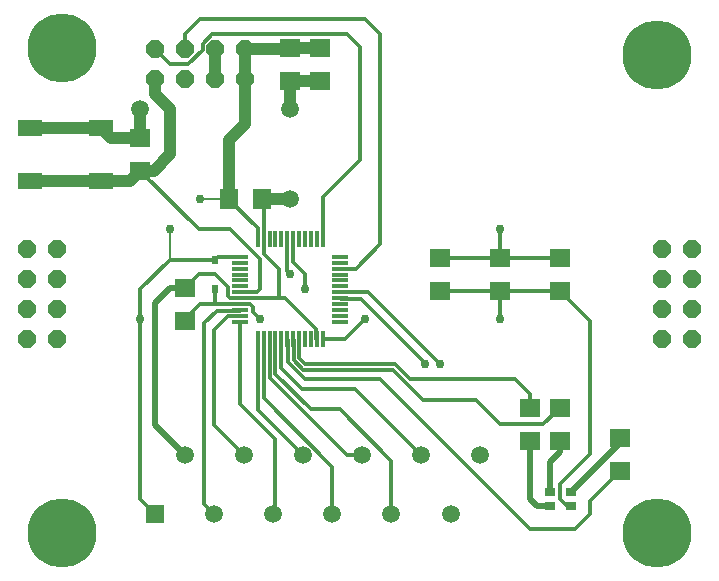
<source format=gbr>
G04 EAGLE Gerber RS-274X export*
G75*
%MOMM*%
%FSLAX34Y34*%
%LPD*%
%INTop Copper*%
%IPPOS*%
%AMOC8*
5,1,8,0,0,1.08239X$1,22.5*%
G01*
%ADD10C,5.842000*%
%ADD11R,1.475000X0.300000*%
%ADD12R,0.300000X1.475000*%
%ADD13R,0.900000X0.800000*%
%ADD14R,2.100000X1.400000*%
%ADD15R,1.508000X1.508000*%
%ADD16C,1.508000*%
%ADD17R,1.800000X1.600000*%
%ADD18P,1.649562X8X112.500000*%
%ADD19P,1.649562X8X22.500000*%
%ADD20R,1.803000X1.600000*%
%ADD21R,1.600000X1.800000*%
%ADD22R,0.600000X0.800000*%
%ADD23C,1.016000*%
%ADD24C,0.304800*%
%ADD25C,0.152400*%
%ADD26C,0.756400*%
%ADD27C,0.508000*%
%ADD28C,1.500000*%


D10*
X48000Y458470D03*
X552000Y452000D03*
X48000Y48000D03*
X552000Y48000D03*
D11*
X198920Y281500D03*
X198920Y276500D03*
X198920Y271500D03*
X198920Y266500D03*
X198920Y261500D03*
X198920Y256500D03*
X198920Y251500D03*
X198920Y246500D03*
X198920Y241500D03*
X198920Y236500D03*
X198920Y231500D03*
X198920Y226500D03*
D12*
X213800Y211620D03*
X218800Y211620D03*
X223800Y211620D03*
X228800Y211620D03*
X233800Y211620D03*
X238800Y211620D03*
X243800Y211620D03*
X248800Y211620D03*
X253800Y211620D03*
X258800Y211620D03*
X263800Y211620D03*
X268800Y211620D03*
D11*
X283680Y226500D03*
X283680Y231500D03*
X283680Y236500D03*
X283680Y241500D03*
X283680Y246500D03*
X283680Y251500D03*
X283680Y256500D03*
X283680Y261500D03*
X283680Y266500D03*
X283680Y271500D03*
X283680Y276500D03*
X283680Y281500D03*
D12*
X268800Y296380D03*
X263800Y296380D03*
X258800Y296380D03*
X253800Y296380D03*
X248800Y296380D03*
X243800Y296380D03*
X238800Y296380D03*
X233800Y296380D03*
X228800Y296380D03*
X223800Y296380D03*
X218800Y296380D03*
X213800Y296380D03*
D13*
X478900Y70200D03*
X478900Y82200D03*
X460900Y82200D03*
X460900Y70200D03*
D14*
X20800Y390800D03*
X80800Y390800D03*
X20800Y345800D03*
X80800Y345800D03*
D15*
X127000Y63500D03*
D16*
X152000Y113500D03*
X177000Y63500D03*
X202000Y113500D03*
X227000Y63500D03*
X252000Y113500D03*
X277000Y63500D03*
X302000Y113500D03*
X327000Y63500D03*
X352000Y113500D03*
X377000Y63500D03*
X402000Y113500D03*
D17*
X114300Y382300D03*
X114300Y354300D03*
X241300Y430500D03*
X241300Y458500D03*
X266700Y430500D03*
X266700Y458500D03*
X469900Y280700D03*
X469900Y252700D03*
X419100Y280700D03*
X419100Y252700D03*
X368300Y280700D03*
X368300Y252700D03*
D18*
X43700Y211900D03*
X43700Y237300D03*
X43700Y262700D03*
X43700Y288100D03*
X18300Y211900D03*
X18300Y237300D03*
X18300Y262700D03*
X18300Y288100D03*
X556300Y211900D03*
X556300Y237300D03*
X556300Y262700D03*
X556300Y288100D03*
X581700Y211900D03*
X581700Y237300D03*
X581700Y262700D03*
X581700Y288100D03*
D19*
X127000Y431800D03*
X152400Y431800D03*
X177800Y431800D03*
X203200Y431800D03*
X127000Y457200D03*
X152400Y457200D03*
X177800Y457200D03*
X203200Y457200D03*
D20*
X520700Y100080D03*
X520700Y128520D03*
X469900Y153920D03*
X469900Y125480D03*
X444500Y153920D03*
X444500Y125480D03*
D21*
X217200Y330200D03*
X189200Y330200D03*
D17*
X152400Y255300D03*
X152400Y227300D03*
D22*
X177800Y254200D03*
X177800Y279200D03*
D23*
X203200Y431800D02*
X203200Y457200D01*
D24*
X114300Y76200D02*
X127000Y63500D01*
X114300Y76200D02*
X114300Y228600D01*
X114300Y254000D01*
X213800Y296380D02*
X213800Y305600D01*
X189850Y329550D01*
X189200Y330200D01*
D25*
X198920Y241500D02*
X198720Y241300D01*
D24*
X177800Y241300D01*
X165100Y241300D01*
X152400Y228600D01*
D25*
X152400Y227300D01*
D23*
X203200Y457200D02*
X240000Y457200D01*
X241300Y458500D01*
X266700Y458500D01*
D24*
X139500Y279200D02*
X114300Y254000D01*
X139500Y279200D02*
X177800Y279200D01*
X180100Y281500D01*
X198920Y281500D01*
X177800Y254200D02*
X177800Y241300D01*
D26*
X419100Y228600D03*
D24*
X419100Y252700D01*
X468600Y252700D02*
X469900Y252700D01*
X475900Y70200D02*
X478900Y70200D01*
X475900Y70200D02*
X469900Y76200D01*
X469900Y88900D01*
X495300Y227300D02*
X469900Y252700D01*
X495300Y114300D02*
X469900Y88900D01*
X495300Y114300D02*
X495300Y227300D01*
X419100Y252700D02*
X368300Y252700D01*
X419100Y252700D02*
X469900Y252700D01*
D26*
X304800Y228600D03*
D24*
X287820Y211620D01*
X268800Y211620D01*
D26*
X215900Y228600D03*
D24*
X209343Y235157D01*
X209343Y239263D01*
X207306Y241300D01*
X198720Y241300D01*
D23*
X203200Y393700D02*
X203200Y431800D01*
X189850Y380350D02*
X189850Y329550D01*
X189850Y380350D02*
X203200Y393700D01*
D26*
X114300Y228600D03*
X139700Y304800D03*
X165100Y330200D03*
D25*
X189200Y330200D01*
X139700Y304800D02*
X139700Y279400D01*
X139500Y279200D01*
D23*
X177800Y431800D02*
X177800Y457200D01*
X80800Y390800D02*
X20800Y390800D01*
D27*
X139700Y255300D02*
X152400Y255300D01*
X139700Y255300D02*
X126600Y242200D01*
X126600Y138900D01*
X152000Y113500D01*
D24*
X218800Y296380D02*
X218800Y328600D01*
D25*
X217200Y330200D01*
D24*
X163800Y266700D02*
X152400Y255300D01*
X163800Y266700D02*
X177800Y266700D01*
X188497Y248738D02*
X190283Y246952D01*
X198468Y246952D01*
X198920Y246500D01*
X188497Y256003D02*
X177800Y266700D01*
X188497Y256003D02*
X188497Y248738D01*
D26*
X419100Y304800D03*
D24*
X419100Y280700D01*
X368300Y280700D01*
X419100Y280700D02*
X469900Y280700D01*
X199372Y246952D02*
X198920Y246500D01*
X199372Y246952D02*
X231500Y246952D01*
X231500Y270980D02*
X218800Y283680D01*
X218800Y296380D01*
X231500Y270980D02*
X231500Y246952D01*
X263348Y212072D02*
X263800Y211620D01*
X263348Y212072D02*
X263348Y220258D01*
X237106Y246500D01*
X198920Y246500D01*
D28*
X114300Y406400D03*
D23*
X114300Y382300D01*
X89300Y382300D01*
X80800Y390800D01*
D28*
X241300Y406400D03*
D23*
X241300Y430500D01*
X266700Y430500D01*
D28*
X241300Y330200D03*
D23*
X217200Y330200D01*
D24*
X198468Y236048D02*
X178853Y236048D01*
X198468Y236048D02*
X198920Y236500D01*
X168110Y225306D02*
X168110Y72390D01*
X177000Y63500D01*
X168110Y225306D02*
X178853Y236048D01*
X176530Y138970D02*
X202000Y113500D01*
X176530Y138970D02*
X176530Y219710D01*
X188296Y231476D01*
X198920Y231476D01*
X198920Y231500D02*
X188320Y231500D01*
X188296Y231476D01*
X198920Y226500D02*
X198920Y156680D01*
X228600Y127000D01*
X228600Y65100D01*
X227000Y63500D01*
X252000Y113500D02*
X213800Y151700D01*
X213800Y211620D01*
X277000Y104000D02*
X277000Y63500D01*
X218800Y162200D02*
X218800Y211620D01*
X218800Y162200D02*
X277000Y104000D01*
X289300Y113500D02*
X302000Y113500D01*
X289300Y113500D02*
X223800Y179000D01*
X223800Y211620D01*
X327000Y108610D02*
X327000Y63500D01*
X283210Y152400D02*
X259080Y152400D01*
X228800Y182680D01*
X228800Y211620D01*
X283210Y152400D02*
X327000Y108610D01*
X352000Y113500D02*
X295828Y169672D01*
X251460Y169672D01*
X233800Y187332D01*
X233800Y211620D01*
X283680Y251500D02*
X307300Y251500D01*
D26*
X368300Y190500D03*
D24*
X307300Y251500D01*
X284132Y246048D02*
X283680Y246500D01*
X284132Y246048D02*
X301322Y246048D01*
D26*
X355600Y190500D03*
D24*
X355600Y191770D02*
X301322Y246048D01*
X355600Y191770D02*
X355600Y190500D01*
D26*
X254000Y254000D03*
D24*
X254000Y266700D01*
X243372Y277328D01*
X243372Y295952D02*
X243800Y296380D01*
X243372Y295952D02*
X243372Y277328D01*
D26*
X241300Y266700D03*
D24*
X238800Y269200D01*
X238800Y292100D01*
X238800Y296380D01*
D27*
X478900Y82200D02*
X520700Y124000D01*
D24*
X520700Y128520D01*
D27*
X460900Y107600D02*
X460900Y82200D01*
X460900Y107600D02*
X469900Y116600D01*
X469900Y125480D01*
X460900Y70200D02*
X450500Y70200D01*
X444500Y76200D01*
X444500Y125480D01*
D23*
X80800Y345800D02*
X20800Y345800D01*
X80800Y345800D02*
X105800Y345800D01*
X114300Y354300D01*
X127000Y419100D02*
X127000Y431800D01*
X127000Y419100D02*
X139700Y406400D01*
X139700Y368300D01*
X125700Y354300D02*
X114300Y354300D01*
X125700Y354300D02*
X139700Y368300D01*
D24*
X198920Y251500D02*
X213400Y251500D01*
X215900Y254000D01*
X215900Y279400D01*
X190500Y304800D01*
X163800Y304800D02*
X114300Y354300D01*
X163800Y304800D02*
X190500Y304800D01*
X139700Y444500D02*
X127000Y457200D01*
X139700Y444500D02*
X154787Y444500D01*
X268800Y332300D02*
X268800Y296380D01*
X300228Y458983D02*
X289311Y469900D01*
X300228Y363728D02*
X268800Y332300D01*
X300228Y363728D02*
X300228Y458983D01*
X167132Y456845D02*
X167132Y461619D01*
X175413Y469900D01*
X289311Y469900D01*
X167132Y456845D02*
X154787Y444500D01*
X283680Y271500D02*
X296900Y271500D01*
X317500Y292100D01*
X317500Y469900D01*
X304800Y482600D01*
X165100Y482600D01*
X152400Y469900D01*
X152400Y457200D01*
X469900Y153920D02*
X455680Y139700D01*
X419100Y139700D01*
X398272Y160528D02*
X353706Y160528D01*
X328306Y185928D02*
X252106Y185928D01*
X328306Y185928D02*
X353706Y160528D01*
X252106Y185928D02*
X244228Y193806D01*
X244228Y211192D01*
X243800Y211620D01*
X398272Y160528D02*
X419100Y139700D01*
X444500Y153920D02*
X444500Y165100D01*
X431800Y177800D01*
X342900Y177800D01*
X330200Y190500D01*
X254000Y190500D02*
X248800Y195700D01*
X248800Y211620D01*
X254000Y190500D02*
X330200Y190500D01*
X495300Y74680D02*
X520700Y100080D01*
X495300Y74680D02*
X495300Y63500D01*
X482600Y50800D01*
X444500Y50800D01*
X317500Y177800D01*
X239228Y211192D02*
X238800Y211620D01*
X239228Y192340D02*
X253768Y177800D01*
X239228Y192340D02*
X239228Y211192D01*
X253768Y177800D02*
X317500Y177800D01*
M02*

</source>
